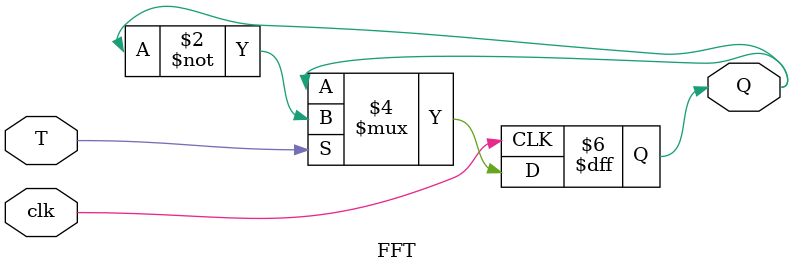
<source format=v>
`timescale 1ns / 1ps


module FFT(
    input T,
    input clk,
    output reg Q
    );
always@(negedge clk)
begin
    if(T)
    Q = ~Q;
    else
    Q = Q;
end
endmodule

</source>
